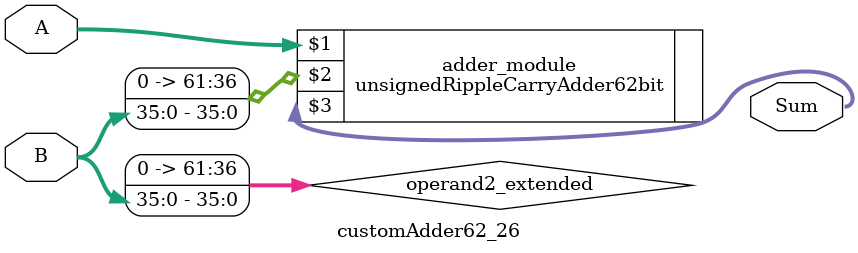
<source format=v>
module customAdder62_26(
                        input [61 : 0] A,
                        input [35 : 0] B,
                        
                        output [62 : 0] Sum
                );

        wire [61 : 0] operand2_extended;
        
        assign operand2_extended =  {26'b0, B};
        
        unsignedRippleCarryAdder62bit adder_module(
            A,
            operand2_extended,
            Sum
        );
        
        endmodule
        
</source>
